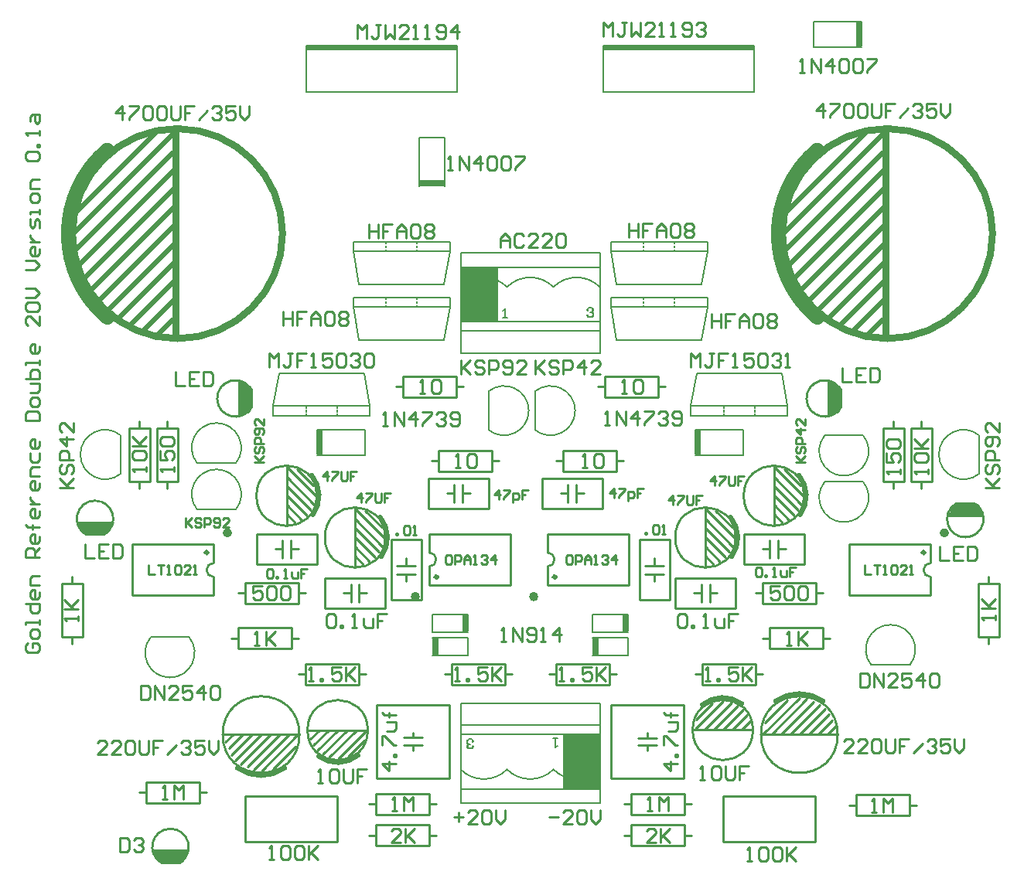
<source format=gto>
G04 Layer_Color=16777215*
%FSLAX25Y25*%
%MOIN*%
G70*
G01*
G75*
%ADD13C,0.01000*%
%ADD35C,0.00800*%
%ADD36C,0.00787*%
%ADD37C,0.01984*%
%ADD38C,0.02000*%
%ADD39C,0.01500*%
%ADD40C,0.06000*%
%ADD41C,0.02968*%
%ADD42C,0.00500*%
%ADD43R,0.16000X0.23500*%
%ADD44R,0.03150X0.11024*%
%ADD45R,0.03150X0.07480*%
%ADD46R,0.11024X0.03150*%
D13*
X137992Y165000D02*
G03*
X137992Y165000I-12992J0D01*
G01*
X347992D02*
G03*
X347992Y165000I-12992J0D01*
G01*
X318492Y147000D02*
G03*
X318492Y147000I-12992J0D01*
G01*
X167492D02*
G03*
X167492Y147000I-12992J0D01*
G01*
X46535Y148368D02*
G03*
X38612Y148226I-4082J6695D01*
G01*
X413465Y161632D02*
G03*
X421388Y161774I4082J-6695D01*
G01*
X325992Y64000D02*
G03*
X325992Y64000I-12992J0D01*
G01*
X159992Y63921D02*
G03*
X159992Y63921I-12992J0D01*
G01*
X240500Y137500D02*
G03*
X237500Y140500I-3000J0D01*
G01*
Y134500D02*
G03*
X240500Y137500I0J3000D01*
G01*
X189500D02*
G03*
X186500Y140500I-3000J0D01*
G01*
Y134500D02*
G03*
X189500Y137500I0J3000D01*
G01*
X363632Y211035D02*
G03*
X363773Y203112I-6695J-4082D01*
G01*
X109632Y211035D02*
G03*
X109774Y203112I-6695J-4082D01*
G01*
X90500Y133000D02*
G03*
X93500Y130000I3000J0D01*
G01*
Y136000D02*
G03*
X90500Y133000I0J-3000D01*
G01*
X399500Y133000D02*
G03*
X402500Y130000I3000J0D01*
G01*
Y136000D02*
G03*
X399500Y133000I0J-3000D01*
G01*
X362535Y62000D02*
G03*
X362535Y62000I-16535J0D01*
G01*
X130535D02*
G03*
X130535Y62000I-16535J0D01*
G01*
X79035Y6868D02*
G03*
X71112Y6726I-4082J6695D01*
G01*
X125000Y152598D02*
Y177402D01*
Y157000D02*
X128750Y153250D01*
X125000Y161000D02*
X131450Y154550D01*
X125000Y165000D02*
X133700Y156300D01*
X125000Y169000D02*
X135350Y158650D01*
X125000Y173000D02*
X136750Y161250D01*
X125000Y177000D02*
X125402D01*
X137402Y165000D01*
X129450Y176550D02*
X136550Y169450D01*
X335000Y152598D02*
Y177402D01*
Y157000D02*
X338750Y153250D01*
X335000Y161000D02*
X341450Y154550D01*
X335000Y165000D02*
X343700Y156300D01*
X335000Y169000D02*
X345350Y158650D01*
X335000Y173000D02*
X346750Y161250D01*
X335000Y177000D02*
X335402D01*
X347402Y165000D01*
X339450Y176550D02*
X346550Y169450D01*
X305500Y134598D02*
Y159402D01*
Y139000D02*
X309250Y135250D01*
X305500Y143000D02*
X311950Y136550D01*
X305500Y147000D02*
X314200Y138300D01*
X305500Y151000D02*
X315850Y140650D01*
X305500Y155000D02*
X317250Y143250D01*
X305500Y159000D02*
X305902D01*
X317902Y147000D01*
X309950Y158550D02*
X317050Y151450D01*
X154500Y134598D02*
Y159402D01*
Y139000D02*
X158250Y135250D01*
X154500Y143000D02*
X160950Y136550D01*
X154500Y147000D02*
X163200Y138300D01*
X154500Y151000D02*
X164850Y140650D01*
X154500Y155000D02*
X166250Y143250D01*
X154500Y159000D02*
X154902D01*
X166902Y147000D01*
X158950Y158550D02*
X166050Y151450D01*
X194000Y166000D02*
X197185D01*
X197248Y162063D02*
Y169937D01*
X200835Y162063D02*
Y169937D01*
X201185Y166000D02*
X204000D01*
X186000Y159500D02*
X212000D01*
X186000D02*
Y172500D01*
X212000D01*
Y159500D02*
Y172500D01*
X243000Y166000D02*
X246185D01*
X246248Y162063D02*
Y169937D01*
X249835Y162063D02*
Y169937D01*
X250185Y166000D02*
X253000D01*
X235000Y159500D02*
X261000D01*
X235000D02*
Y172500D01*
X261000D01*
Y159500D02*
Y172500D01*
X179500Y55221D02*
Y57370D01*
X175563Y57528D02*
X183437D01*
X175563Y60677D02*
X183437D01*
X179500Y61027D02*
Y62779D01*
X195248Y43252D02*
X195248Y74748D01*
X163752Y43252D02*
X195248D01*
X163752Y74748D02*
X163752Y43252D01*
X163752Y74748D02*
X195248D01*
X280500Y60630D02*
Y62779D01*
X276563Y60472D02*
X284437D01*
X276563Y57323D02*
X284437D01*
X280500Y55221D02*
Y56972D01*
X264752Y43252D02*
Y74748D01*
X296248D01*
Y43252D02*
Y74748D01*
X264752Y43252D02*
X296248D01*
X336815Y142000D02*
X340000D01*
X336752Y138063D02*
Y145937D01*
X333165Y138063D02*
Y145937D01*
X330000Y142000D02*
X332815D01*
X322000Y148500D02*
X348000Y148500D01*
Y135500D02*
Y148500D01*
X322000Y135500D02*
X348000Y135500D01*
X322000Y135500D02*
Y148500D01*
X126815Y142000D02*
X130000D01*
X126752Y138063D02*
Y145937D01*
X123165Y138063D02*
Y145937D01*
X120000Y142000D02*
X122815D01*
X112000Y148500D02*
X138000D01*
Y135500D02*
Y148500D01*
X112000Y135500D02*
X138000D01*
X112000D02*
Y148500D01*
X156315Y123000D02*
X159500D01*
X156252Y119063D02*
Y126937D01*
X152665Y119063D02*
Y126937D01*
X149500Y123000D02*
X152315D01*
X141500Y129500D02*
X167500D01*
Y116500D02*
Y129500D01*
X141500Y116500D02*
X167500D01*
X141500D02*
Y129500D01*
X300500Y123000D02*
X303685D01*
X303748Y119063D02*
Y126937D01*
X307335Y119063D02*
Y126937D01*
X307685Y123000D02*
X310500D01*
X292500Y116500D02*
X318500D01*
X292500D02*
Y129500D01*
X318500D01*
Y116500D02*
Y129500D01*
X35500Y151500D02*
X49000D01*
X35500Y152500D02*
X49500D01*
X35000Y153500D02*
X50000D01*
X48000Y150000D02*
X48500Y150500D01*
X48500Y151000D02*
X48500Y150500D01*
X36500Y150000D02*
X37500Y149000D01*
X47500D01*
X36500Y150000D02*
X48000D01*
X36000Y151000D02*
X48500Y151000D01*
X49000Y151500D01*
X35500D02*
X49000D01*
X38700Y148300D02*
X46500D01*
X411000Y158500D02*
X424500D01*
X410500Y157500D02*
X424500D01*
X410000Y156500D02*
X425000D01*
X411500Y159500D02*
X412000Y160000D01*
X411500Y159000D02*
Y159500D01*
X422500Y161000D02*
X423500Y160000D01*
X412500Y161000D02*
X422500D01*
X412000Y160000D02*
X423500Y160000D01*
X411500Y159000D02*
X424000D01*
X411000Y158500D02*
X411500Y159000D01*
X411000Y158500D02*
X424500D01*
X413500Y161700D02*
X421300D01*
X301450Y68450D02*
X308550Y75550D01*
X301000Y64402D02*
X313000Y76402D01*
X301000Y64402D02*
X301000Y64000D01*
X305000D02*
X316750Y75750D01*
X309000Y64000D02*
X319350Y74350D01*
X313000Y64000D02*
X321700Y72700D01*
X317000Y64000D02*
X323450Y70450D01*
X321000Y64000D02*
X324750Y67750D01*
X300598Y64000D02*
X325402D01*
X151450Y52371D02*
X158550Y59471D01*
X147000Y51520D02*
X159000Y63520D01*
Y63921D01*
X143250Y52171D02*
X155000Y63921D01*
X140650Y53571D02*
X151000Y63921D01*
X138300Y55221D02*
X147000Y63921D01*
X136550Y57471D02*
X143000Y63921D01*
X135250Y60171D02*
X139000Y63921D01*
X134598D02*
X159402D01*
X237500Y126500D02*
Y134500D01*
Y140500D02*
Y148500D01*
X272500D01*
Y126500D02*
Y148500D01*
X237500Y126500D02*
X272500D01*
X186500D02*
Y134500D01*
Y140500D02*
Y148500D01*
X221500D01*
Y126500D02*
Y148500D01*
X186500Y126500D02*
X221500D01*
X360500Y200000D02*
Y213500D01*
X359500Y200000D02*
Y214000D01*
X358500Y199500D02*
Y214500D01*
X361500Y213000D02*
X362000Y212500D01*
X361000Y213000D02*
X361500D01*
X362000Y201000D02*
X363000Y202000D01*
Y212000D01*
X362000Y201000D02*
Y212500D01*
X361000Y200500D02*
Y213000D01*
X360500Y213500D02*
X361000Y213000D01*
X360500Y200000D02*
Y213500D01*
X363700Y203200D02*
Y211000D01*
X106500Y200000D02*
Y213500D01*
X105500Y200000D02*
Y214000D01*
X104500Y199500D02*
Y214500D01*
X107500Y213000D02*
X108000Y212500D01*
X107000Y213000D02*
X107500D01*
X108000Y201000D02*
X109000Y202000D01*
Y212000D01*
X108000Y201000D02*
Y212500D01*
X107000Y200500D02*
Y213000D01*
X106500Y213500D02*
X107000Y213000D01*
X106500Y200000D02*
Y213500D01*
X109700Y203200D02*
Y211000D01*
X93500Y136000D02*
Y144000D01*
Y122000D02*
Y130000D01*
X58500Y122000D02*
X93500Y122000D01*
X58500Y122000D02*
Y144000D01*
X93500D01*
X402500Y136000D02*
Y144000D01*
Y122000D02*
Y130000D01*
X367500Y122000D02*
X402500D01*
X367500D02*
Y144000D01*
X402500D01*
X101000Y103500D02*
X103500D01*
X104000Y99000D02*
Y108000D01*
Y99000D02*
X127000D01*
Y108000D01*
X104000D02*
X127000D01*
X127500Y103500D02*
X130000D01*
X356500D02*
X359000D01*
X356000Y99000D02*
Y108000D01*
X333000D02*
X356000D01*
X333000Y99000D02*
Y108000D01*
Y99000D02*
X356000D01*
X330000Y103500D02*
X332500D01*
X327000Y123000D02*
X329500D01*
X330000Y118500D02*
Y127500D01*
Y118500D02*
X353000D01*
Y127500D01*
X330000D02*
X353000D01*
X353500Y123000D02*
X356000D01*
X130500D02*
X133000D01*
X130000Y118500D02*
Y127500D01*
X107000D02*
X130000D01*
X107000Y118500D02*
Y127500D01*
Y118500D02*
X130000D01*
X104000Y123000D02*
X106500D01*
X241300Y180000D02*
X243800D01*
X244300Y175500D02*
Y184500D01*
Y175500D02*
X267300D01*
Y184500D01*
X244300D02*
X267300D01*
X267800Y180000D02*
X270300D01*
X214000D02*
X216500D01*
X213500Y175500D02*
Y184500D01*
X190500D02*
X213500D01*
X190500Y175500D02*
Y184500D01*
Y175500D02*
X213500D01*
X187500Y180000D02*
X190000D01*
X327500Y88000D02*
X330000D01*
X327000Y83500D02*
Y92500D01*
X304000D02*
X327000D01*
X304000Y83500D02*
Y92500D01*
Y83500D02*
X327000D01*
X301000Y88000D02*
X303500D01*
X156500D02*
X159000D01*
X156000Y83500D02*
Y92500D01*
X133000D02*
X156000D01*
X133000Y83500D02*
Y92500D01*
Y83500D02*
X156000D01*
X130000Y88000D02*
X132500D01*
X219500D02*
X222000D01*
X219000Y83500D02*
Y92500D01*
X196000D02*
X219000D01*
X196000Y83500D02*
Y92500D01*
Y83500D02*
X219000D01*
X193000Y88000D02*
X195500D01*
X264500D02*
X267000D01*
X264000Y83500D02*
Y92500D01*
X241000D02*
X264000D01*
X241000Y83500D02*
Y92500D01*
Y83500D02*
X264000D01*
X238000Y88000D02*
X240500D01*
X172000Y212000D02*
X174500D01*
X175000Y207500D02*
Y216500D01*
Y207500D02*
X198000D01*
Y216500D01*
X175000D02*
X198000D01*
X198500Y212000D02*
X201000D01*
X259000D02*
X261500D01*
X262000Y207500D02*
Y216500D01*
Y207500D02*
X285000D01*
Y216500D01*
X262000D02*
X285000D01*
X285500Y212000D02*
X288000D01*
X313315Y15657D02*
X352685D01*
X313315Y35342D02*
X352685D01*
Y23685D02*
Y35342D01*
Y15657D02*
Y23685D01*
X313315Y15657D02*
Y35342D01*
X107315Y15657D02*
X146685D01*
X107315Y35342D02*
X146685D01*
Y23685D02*
Y35342D01*
Y15657D02*
Y23685D01*
X107315Y15657D02*
Y35342D01*
X331100Y67100D02*
X340800Y76800D01*
X330252Y62000D02*
X346000Y77748D01*
X334000Y62000D02*
X349300Y77300D01*
X338000Y62000D02*
X352000Y76000D01*
X342000Y62000D02*
X354900Y74900D01*
X346000Y62000D02*
X357050Y73050D01*
X350000Y62000D02*
X358900Y70900D01*
X354000Y62000D02*
X360000Y68000D01*
X358000Y62000D02*
X361350Y65350D01*
X330252Y62000D02*
X361748D01*
X119200Y47200D02*
X128900Y56900D01*
X114000Y46252D02*
X129748Y62000D01*
X110700Y46700D02*
X126000Y62000D01*
X108000Y48000D02*
X122000Y62000D01*
X105100Y49100D02*
X118000Y62000D01*
X102950Y50950D02*
X114000Y62000D01*
X101100Y53100D02*
X110000Y62000D01*
X100000Y56000D02*
X106000Y62000D01*
X98650Y58650D02*
X102000Y62000D01*
X98252D02*
X129748D01*
X88000Y37000D02*
X90500D01*
X87500Y32500D02*
Y41500D01*
X64500D02*
X87500D01*
X64500Y32500D02*
Y41500D01*
Y32500D02*
X87500D01*
X61500Y37000D02*
X64000D01*
X187000Y32000D02*
X189500D01*
X186500Y27500D02*
Y36500D01*
X163500D02*
X186500D01*
X163500Y27500D02*
Y36500D01*
Y27500D02*
X186500D01*
X160500Y32000D02*
X163000D01*
X160500Y18500D02*
X163000D01*
X163500Y14000D02*
Y23000D01*
Y14000D02*
X186500D01*
Y23000D01*
X163500D02*
X186500D01*
X187000Y18500D02*
X189500D01*
X32500Y127700D02*
Y130200D01*
X28000Y127200D02*
X37000D01*
X28000Y104200D02*
Y127200D01*
Y104200D02*
X37000D01*
Y127200D01*
X32500Y101200D02*
Y103700D01*
X73500Y194500D02*
Y197000D01*
X69000Y194000D02*
X78000D01*
X69000Y171000D02*
Y194000D01*
Y171000D02*
X78000D01*
Y194000D01*
X73500Y168000D02*
Y170500D01*
X61500Y194500D02*
Y197000D01*
X57000Y194000D02*
X66000D01*
X57000Y171000D02*
Y194000D01*
Y171000D02*
X66000D01*
Y194000D01*
X61500Y168000D02*
Y170500D01*
X386500Y168000D02*
Y170500D01*
X382000Y171000D02*
X391000D01*
Y194000D01*
X382000D02*
X391000D01*
X382000Y171000D02*
Y194000D01*
X386500Y194500D02*
Y197000D01*
X398500Y168000D02*
Y170500D01*
X394000Y171000D02*
X403000D01*
Y194000D01*
X394000D02*
X403000D01*
X394000Y171000D02*
Y194000D01*
X398500Y194500D02*
Y197000D01*
X427500Y101200D02*
Y103700D01*
X423000Y104200D02*
X432000D01*
Y127200D01*
X423000D02*
X432000D01*
X423000Y104200D02*
Y127200D01*
X427500Y127700D02*
Y130200D01*
X394000Y31500D02*
X396500D01*
X393500Y27000D02*
Y36000D01*
X370500D02*
X393500D01*
X370500Y27000D02*
Y36000D01*
Y27000D02*
X393500D01*
X367500Y31500D02*
X370000D01*
X297000Y32000D02*
X299500D01*
X296500Y27500D02*
Y36500D01*
X273500D02*
X296500D01*
X273500Y27500D02*
Y36500D01*
Y27500D02*
X296500D01*
X270500Y32000D02*
X273000D01*
X297000Y18500D02*
X299500D01*
X296500Y14000D02*
Y23000D01*
X273500D02*
X296500D01*
X273500Y14000D02*
Y23000D01*
Y14000D02*
X296500D01*
X270500Y18500D02*
X273000D01*
X68000Y10000D02*
X81500D01*
X68000Y11000D02*
X82000D01*
X67500Y12000D02*
X82500D01*
X80500Y8500D02*
X81000Y9000D01*
Y9500D01*
X69000Y8500D02*
X70000Y7500D01*
X80000D01*
X69000Y8500D02*
X80500Y8500D01*
X68500Y9500D02*
X81000D01*
X81500Y10000D01*
X68000D02*
X81500D01*
X71200Y6800D02*
X79000D01*
X170000Y120000D02*
X183000D01*
Y146000D01*
X170000D02*
X183000D01*
X170000Y120000D02*
Y146000D01*
X176500Y128000D02*
Y130815D01*
X172563Y131165D02*
X180437D01*
X172563Y134752D02*
X180437D01*
X176500Y134815D02*
Y138000D01*
X277000Y120000D02*
X290000D01*
Y146000D01*
X277000D02*
X290000D01*
X277000Y120000D02*
Y146000D01*
X283500Y128000D02*
Y130815D01*
X279563Y131165D02*
X287437D01*
X279563Y134752D02*
X287437D01*
X283500Y134815D02*
Y138000D01*
X13502Y101499D02*
X12502Y100499D01*
Y98500D01*
X13502Y97500D01*
X17500D01*
X18500Y98500D01*
Y100499D01*
X17500Y101499D01*
X15501D01*
Y99499D01*
X18500Y104498D02*
Y106497D01*
X17500Y107497D01*
X15501D01*
X14501Y106497D01*
Y104498D01*
X15501Y103498D01*
X17500D01*
X18500Y104498D01*
Y109496D02*
Y111495D01*
Y110496D01*
X12502D01*
Y109496D01*
Y118493D02*
X18500D01*
Y115494D01*
X17500Y114495D01*
X15501D01*
X14501Y115494D01*
Y118493D01*
X18500Y123492D02*
Y121492D01*
X17500Y120493D01*
X15501D01*
X14501Y121492D01*
Y123492D01*
X15501Y124491D01*
X16501D01*
Y120493D01*
X18500Y126491D02*
X14501D01*
Y129490D01*
X15501Y130489D01*
X18500D01*
Y138487D02*
X12502D01*
Y141486D01*
X13502Y142485D01*
X15501D01*
X16501Y141486D01*
Y138487D01*
Y140486D02*
X18500Y142485D01*
Y147484D02*
Y145484D01*
X17500Y144485D01*
X15501D01*
X14501Y145484D01*
Y147484D01*
X15501Y148484D01*
X16501D01*
Y144485D01*
X18500Y151482D02*
X13502D01*
X15501D01*
Y150483D01*
Y152482D01*
Y151482D01*
X13502D01*
X12502Y152482D01*
X18500Y158480D02*
Y156481D01*
X17500Y155481D01*
X15501D01*
X14501Y156481D01*
Y158480D01*
X15501Y159480D01*
X16501D01*
Y155481D01*
X14501Y161479D02*
X18500D01*
X16501D01*
X15501Y162479D01*
X14501Y163479D01*
Y164478D01*
X18500Y170476D02*
Y168477D01*
X17500Y167477D01*
X15501D01*
X14501Y168477D01*
Y170476D01*
X15501Y171476D01*
X16501D01*
Y167477D01*
X18500Y173475D02*
X14501D01*
Y176474D01*
X15501Y177474D01*
X18500D01*
X14501Y183472D02*
Y180473D01*
X15501Y179473D01*
X17500D01*
X18500Y180473D01*
Y183472D01*
Y188471D02*
Y186471D01*
X17500Y185471D01*
X15501D01*
X14501Y186471D01*
Y188471D01*
X15501Y189470D01*
X16501D01*
Y185471D01*
X12502Y197468D02*
X18500D01*
Y200467D01*
X17500Y201466D01*
X13502D01*
X12502Y200467D01*
Y197468D01*
X18500Y204465D02*
Y206465D01*
X17500Y207464D01*
X15501D01*
X14501Y206465D01*
Y204465D01*
X15501Y203466D01*
X17500D01*
X18500Y204465D01*
X14501Y209464D02*
X17500D01*
X18500Y210464D01*
Y213462D01*
X14501D01*
X12502Y215462D02*
X18500D01*
Y218461D01*
X17500Y219461D01*
X16501D01*
X15501D01*
X14501Y218461D01*
Y215462D01*
X18500Y221460D02*
Y223459D01*
Y222460D01*
X12502D01*
Y221460D01*
X18500Y229457D02*
Y227458D01*
X17500Y226458D01*
X15501D01*
X14501Y227458D01*
Y229457D01*
X15501Y230457D01*
X16501D01*
Y226458D01*
X18500Y242453D02*
Y238454D01*
X14501Y242453D01*
X13502D01*
X12502Y241453D01*
Y239454D01*
X13502Y238454D01*
Y244453D02*
X12502Y245452D01*
Y247451D01*
X13502Y248451D01*
X17500D01*
X18500Y247451D01*
Y245452D01*
X17500Y244453D01*
X13502D01*
X12502Y250450D02*
X16501D01*
X18500Y252450D01*
X16501Y254449D01*
X12502D01*
Y262447D02*
X16501D01*
X18500Y264446D01*
X16501Y266445D01*
X12502D01*
X18500Y271444D02*
Y269444D01*
X17500Y268445D01*
X15501D01*
X14501Y269444D01*
Y271444D01*
X15501Y272443D01*
X16501D01*
Y268445D01*
X14501Y274443D02*
X18500D01*
X16501D01*
X15501Y275442D01*
X14501Y276442D01*
Y277442D01*
X18500Y280441D02*
Y283440D01*
X17500Y284439D01*
X16501Y283440D01*
Y281440D01*
X15501Y280441D01*
X14501Y281440D01*
Y284439D01*
X18500Y286439D02*
Y288438D01*
Y287439D01*
X14501D01*
Y286439D01*
X18500Y292437D02*
Y294436D01*
X17500Y295436D01*
X15501D01*
X14501Y294436D01*
Y292437D01*
X15501Y291437D01*
X17500D01*
X18500Y292437D01*
Y297435D02*
X14501D01*
Y300434D01*
X15501Y301434D01*
X18500D01*
X13502Y309431D02*
X12502Y310431D01*
Y312431D01*
X13502Y313430D01*
X17500D01*
X18500Y312431D01*
Y310431D01*
X17500Y309431D01*
X13502D01*
X18500Y315429D02*
X17500D01*
Y316429D01*
X18500D01*
Y315429D01*
Y320428D02*
Y322427D01*
Y321428D01*
X12502D01*
X13502Y320428D01*
X14501Y326426D02*
Y328425D01*
X15501Y329425D01*
X18500D01*
Y326426D01*
X17500Y325426D01*
X16501Y326426D01*
Y329425D01*
X197000Y26499D02*
X200999D01*
X198999Y28498D02*
Y24500D01*
X206997Y23500D02*
X202998D01*
X206997Y27499D01*
Y28498D01*
X205997Y29498D01*
X203998D01*
X202998Y28498D01*
X208996D02*
X209996Y29498D01*
X211995D01*
X212995Y28498D01*
Y24500D01*
X211995Y23500D01*
X209996D01*
X208996Y24500D01*
Y28498D01*
X214994Y29498D02*
Y25499D01*
X216993Y23500D01*
X218993Y25499D01*
Y29498D01*
X238000Y26499D02*
X241999D01*
X247997Y23500D02*
X243998D01*
X247997Y27499D01*
Y28498D01*
X246997Y29498D01*
X244998D01*
X243998Y28498D01*
X249996D02*
X250996Y29498D01*
X252995D01*
X253995Y28498D01*
Y24500D01*
X252995Y23500D01*
X250996D01*
X249996Y24500D01*
Y28498D01*
X255994Y29498D02*
Y25499D01*
X257994Y23500D01*
X259993Y25499D01*
Y29498D01*
X217000Y272000D02*
Y275999D01*
X218999Y277998D01*
X220999Y275999D01*
Y272000D01*
Y274999D01*
X217000D01*
X226997Y276998D02*
X225997Y277998D01*
X223998D01*
X222998Y276998D01*
Y273000D01*
X223998Y272000D01*
X225997D01*
X226997Y273000D01*
X232995Y272000D02*
X228996D01*
X232995Y275999D01*
Y276998D01*
X231995Y277998D01*
X229996D01*
X228996Y276998D01*
X238993Y272000D02*
X234994D01*
X238993Y275999D01*
Y276998D01*
X237993Y277998D01*
X235994D01*
X234994Y276998D01*
X240992D02*
X241992Y277998D01*
X243991D01*
X244991Y276998D01*
Y273000D01*
X243991Y272000D01*
X241992D01*
X240992Y273000D01*
Y276998D01*
X111001Y179500D02*
X115000D01*
X113667D01*
X111001Y182166D01*
X113001Y180166D01*
X115000Y182166D01*
X111668Y186164D02*
X111001Y185498D01*
Y184165D01*
X111668Y183499D01*
X112334D01*
X113001Y184165D01*
Y185498D01*
X113667Y186164D01*
X114333D01*
X115000Y185498D01*
Y184165D01*
X114333Y183499D01*
X115000Y187497D02*
X111001D01*
Y189497D01*
X111668Y190163D01*
X113001D01*
X113667Y189497D01*
Y187497D01*
X114333Y191496D02*
X115000Y192163D01*
Y193496D01*
X114333Y194162D01*
X111668D01*
X111001Y193496D01*
Y192163D01*
X111668Y191496D01*
X112334D01*
X113001Y192163D01*
Y194162D01*
X115000Y198161D02*
Y195495D01*
X112334Y198161D01*
X111668D01*
X111001Y197494D01*
Y196161D01*
X111668Y195495D01*
X344501Y179500D02*
X348500D01*
X347167D01*
X344501Y182166D01*
X346501Y180166D01*
X348500Y182166D01*
X345168Y186164D02*
X344501Y185498D01*
Y184165D01*
X345168Y183499D01*
X345834D01*
X346501Y184165D01*
Y185498D01*
X347167Y186164D01*
X347834D01*
X348500Y185498D01*
Y184165D01*
X347834Y183499D01*
X348500Y187497D02*
X344501D01*
Y189497D01*
X345168Y190163D01*
X346501D01*
X347167Y189497D01*
Y187497D01*
X348500Y193496D02*
X344501D01*
X346501Y191496D01*
Y194162D01*
X348500Y198161D02*
Y195495D01*
X345834Y198161D01*
X345168D01*
X344501Y197494D01*
Y196161D01*
X345168Y195495D01*
X142499Y171500D02*
Y175499D01*
X140500Y173499D01*
X143166D01*
X144499Y175499D02*
X147164D01*
Y174832D01*
X144499Y172167D01*
Y171500D01*
X148497Y175499D02*
Y172167D01*
X149164Y171500D01*
X150497D01*
X151163Y172167D01*
Y175499D01*
X155162D02*
X152496D01*
Y173499D01*
X153829D01*
X152496D01*
Y171500D01*
X291499Y161000D02*
Y164999D01*
X289500Y162999D01*
X292166D01*
X293499Y164999D02*
X296164D01*
Y164332D01*
X293499Y161667D01*
Y161000D01*
X297497Y164999D02*
Y161667D01*
X298164Y161000D01*
X299497D01*
X300163Y161667D01*
Y164999D01*
X304162D02*
X301496D01*
Y162999D01*
X302829D01*
X301496D01*
Y161000D01*
X217500Y102000D02*
X219499D01*
X218500D01*
Y107998D01*
X217500Y106998D01*
X222498Y102000D02*
Y107998D01*
X226497Y102000D01*
Y107998D01*
X228496Y103000D02*
X229496Y102000D01*
X231495D01*
X232495Y103000D01*
Y106998D01*
X231495Y107998D01*
X229496D01*
X228496Y106998D01*
Y105999D01*
X229496Y104999D01*
X232495D01*
X234494Y102000D02*
X236494D01*
X235494D01*
Y107998D01*
X234494Y106998D01*
X242492Y102000D02*
Y107998D01*
X239493Y104999D01*
X243492D01*
X293500Y49499D02*
X287502D01*
X290501Y46500D01*
Y50499D01*
X293500Y52498D02*
X292500D01*
Y53498D01*
X293500D01*
Y52498D01*
X287502Y57496D02*
Y61495D01*
X288502D01*
X292500Y57496D01*
X293500D01*
X289501Y63494D02*
X292500D01*
X293500Y64494D01*
Y67493D01*
X289501D01*
X293500Y70492D02*
X288502D01*
X290501D01*
Y69493D01*
Y71492D01*
Y70492D01*
X288502D01*
X287502Y71492D01*
X172000Y49499D02*
X166002D01*
X169001Y46500D01*
Y50499D01*
X172000Y52498D02*
X171000D01*
Y53498D01*
X172000D01*
Y52498D01*
X166002Y57496D02*
Y61495D01*
X167002D01*
X171000Y57496D01*
X172000D01*
X168001Y63494D02*
X171000D01*
X172000Y64494D01*
Y67493D01*
X168001D01*
X172000Y70492D02*
X167002D01*
X169001D01*
Y69493D01*
Y71492D01*
Y70492D01*
X167002D01*
X166002Y71492D01*
X247499Y139499D02*
X246166D01*
X245500Y138832D01*
Y136167D01*
X246166Y135500D01*
X247499D01*
X248166Y136167D01*
Y138832D01*
X247499Y139499D01*
X249499Y135500D02*
Y139499D01*
X251498D01*
X252165Y138832D01*
Y137499D01*
X251498Y136833D01*
X249499D01*
X253497Y135500D02*
Y138166D01*
X254830Y139499D01*
X256163Y138166D01*
Y135500D01*
Y137499D01*
X253497D01*
X257496Y135500D02*
X258829D01*
X258163D01*
Y139499D01*
X257496Y138832D01*
X260828D02*
X261495Y139499D01*
X262828D01*
X263494Y138832D01*
Y138166D01*
X262828Y137499D01*
X262161D01*
X262828D01*
X263494Y136833D01*
Y136167D01*
X262828Y135500D01*
X261495D01*
X260828Y136167D01*
X266827Y135500D02*
Y139499D01*
X264827Y137499D01*
X267493D01*
X195499Y139499D02*
X194167D01*
X193500Y138832D01*
Y136167D01*
X194167Y135500D01*
X195499D01*
X196166Y136167D01*
Y138832D01*
X195499Y139499D01*
X197499Y135500D02*
Y139499D01*
X199498D01*
X200165Y138832D01*
Y137499D01*
X199498Y136833D01*
X197499D01*
X201497Y135500D02*
Y138166D01*
X202830Y139499D01*
X204163Y138166D01*
Y135500D01*
Y137499D01*
X201497D01*
X205496Y135500D02*
X206829D01*
X206163D01*
Y139499D01*
X205496Y138832D01*
X208828D02*
X209495Y139499D01*
X210828D01*
X211494Y138832D01*
Y138166D01*
X210828Y137499D01*
X210161D01*
X210828D01*
X211494Y136833D01*
Y136167D01*
X210828Y135500D01*
X209495D01*
X208828Y136167D01*
X214826Y135500D02*
Y139499D01*
X212827Y137499D01*
X215493D01*
X170500Y29000D02*
X172499D01*
X171500D01*
Y34998D01*
X170500Y33998D01*
X175498Y29000D02*
Y34998D01*
X177498Y32999D01*
X179497Y34998D01*
Y29000D01*
X71500Y34000D02*
X73499D01*
X72500D01*
Y39998D01*
X71500Y38998D01*
X76498Y34000D02*
Y39998D01*
X78498Y37999D01*
X80497Y39998D01*
Y34000D01*
X252500Y177000D02*
X254499D01*
X253500D01*
Y182998D01*
X252500Y181998D01*
X257498D02*
X258498Y182998D01*
X260497D01*
X261497Y181998D01*
Y178000D01*
X260497Y177000D01*
X258498D01*
X257498Y178000D01*
Y181998D01*
X337499Y125998D02*
X333500D01*
Y122999D01*
X335499Y123999D01*
X336499D01*
X337499Y122999D01*
Y121000D01*
X336499Y120000D01*
X334500D01*
X333500Y121000D01*
X339498Y124998D02*
X340498Y125998D01*
X342497D01*
X343497Y124998D01*
Y121000D01*
X342497Y120000D01*
X340498D01*
X339498Y121000D01*
Y124998D01*
X345496D02*
X346496Y125998D01*
X348495D01*
X349495Y124998D01*
Y121000D01*
X348495Y120000D01*
X346496D01*
X345496Y121000D01*
Y124998D01*
X114499Y125998D02*
X110500D01*
Y122999D01*
X112499Y123999D01*
X113499D01*
X114499Y122999D01*
Y121000D01*
X113499Y120000D01*
X111500D01*
X110500Y121000D01*
X116498Y124998D02*
X117498Y125998D01*
X119497D01*
X120497Y124998D01*
Y121000D01*
X119497Y120000D01*
X117498D01*
X116498Y121000D01*
Y124998D01*
X122496D02*
X123496Y125998D01*
X125495D01*
X126495Y124998D01*
Y121000D01*
X125495Y120000D01*
X123496D01*
X122496Y121000D01*
Y124998D01*
X197879Y177294D02*
X199879D01*
X198879D01*
Y183292D01*
X197879Y182292D01*
X202877D02*
X203877Y183292D01*
X205876D01*
X206876Y182292D01*
Y178294D01*
X205876Y177294D01*
X203877D01*
X202877Y178294D01*
Y182292D01*
X377000Y28500D02*
X378999D01*
X378000D01*
Y34498D01*
X377000Y33498D01*
X381998Y28500D02*
Y34498D01*
X383998Y32499D01*
X385997Y34498D01*
Y28500D01*
X280500Y29000D02*
X282499D01*
X281500D01*
Y34998D01*
X280500Y33998D01*
X285498Y29000D02*
Y34998D01*
X287498Y32999D01*
X289497Y34998D01*
Y29000D01*
X64500Y175500D02*
Y177499D01*
Y176500D01*
X58502D01*
X59502Y175500D01*
Y180498D02*
X58502Y181498D01*
Y183497D01*
X59502Y184497D01*
X63500D01*
X64500Y183497D01*
Y181498D01*
X63500Y180498D01*
X59502D01*
X58502Y186496D02*
X64500D01*
X62501D01*
X58502Y190495D01*
X61501Y187496D01*
X64500Y190495D01*
X401500Y174500D02*
Y176499D01*
Y175500D01*
X395502D01*
X396502Y174500D01*
Y179498D02*
X395502Y180498D01*
Y182497D01*
X396502Y183497D01*
X400500D01*
X401500Y182497D01*
Y180498D01*
X400500Y179498D01*
X396502D01*
X395502Y185496D02*
X401500D01*
X399501D01*
X395502Y189495D01*
X398501Y186496D01*
X401500Y189495D01*
X283999Y15500D02*
X280000D01*
X283999Y19499D01*
Y20498D01*
X282999Y21498D01*
X281000D01*
X280000Y20498D01*
X285998Y21498D02*
Y15500D01*
Y17499D01*
X289997Y21498D01*
X286998Y18499D01*
X289997Y15500D01*
X173999D02*
X170000D01*
X173999Y19499D01*
Y20498D01*
X172999Y21498D01*
X171000D01*
X170000Y20498D01*
X175998Y21498D02*
Y15500D01*
Y17499D01*
X179997Y21498D01*
X176998Y18499D01*
X179997Y15500D01*
X340500Y100500D02*
X342499D01*
X341500D01*
Y106498D01*
X340500Y105498D01*
X345498Y106498D02*
Y100500D01*
Y102499D01*
X349497Y106498D01*
X346498Y103499D01*
X349497Y100500D01*
X111000D02*
X112999D01*
X112000D01*
Y106498D01*
X111000Y105498D01*
X115998Y106498D02*
Y100500D01*
Y102499D01*
X119997Y106498D01*
X116998Y103499D01*
X119997Y100500D01*
X305500Y85000D02*
X307499D01*
X306500D01*
Y90998D01*
X305500Y89998D01*
X310498Y85000D02*
Y86000D01*
X311498D01*
Y85000D01*
X310498D01*
X319496Y90998D02*
X315497D01*
Y87999D01*
X317496Y88999D01*
X318496D01*
X319496Y87999D01*
Y86000D01*
X318496Y85000D01*
X316496D01*
X315497Y86000D01*
X321495Y90998D02*
Y85000D01*
Y86999D01*
X325494Y90998D01*
X322495Y87999D01*
X325494Y85000D01*
X242500D02*
X244499D01*
X243500D01*
Y90998D01*
X242500Y89998D01*
X247498Y85000D02*
Y86000D01*
X248498D01*
Y85000D01*
X247498D01*
X256495Y90998D02*
X252497D01*
Y87999D01*
X254496Y88999D01*
X255496D01*
X256495Y87999D01*
Y86000D01*
X255496Y85000D01*
X253496D01*
X252497Y86000D01*
X258495Y90998D02*
Y85000D01*
Y86999D01*
X262493Y90998D01*
X259494Y87999D01*
X262493Y85000D01*
X197500D02*
X199499D01*
X198500D01*
Y90998D01*
X197500Y89998D01*
X202498Y85000D02*
Y86000D01*
X203498D01*
Y85000D01*
X202498D01*
X211495Y90998D02*
X207497D01*
Y87999D01*
X209496Y88999D01*
X210496D01*
X211495Y87999D01*
Y86000D01*
X210496Y85000D01*
X208496D01*
X207497Y86000D01*
X213495Y90998D02*
Y85000D01*
Y86999D01*
X217494Y90998D01*
X214494Y87999D01*
X217494Y85000D01*
X134500D02*
X136499D01*
X135500D01*
Y90998D01*
X134500Y89998D01*
X139498Y85000D02*
Y86000D01*
X140498D01*
Y85000D01*
X139498D01*
X148495Y90998D02*
X144497D01*
Y87999D01*
X146496Y88999D01*
X147496D01*
X148495Y87999D01*
Y86000D01*
X147496Y85000D01*
X145496D01*
X144497Y86000D01*
X150495Y90998D02*
Y85000D01*
Y86999D01*
X154493Y90998D01*
X151495Y87999D01*
X154493Y85000D01*
X269500Y209000D02*
X271499D01*
X270500D01*
Y214998D01*
X269500Y213998D01*
X274498D02*
X275498Y214998D01*
X277497D01*
X278497Y213998D01*
Y210000D01*
X277497Y209000D01*
X275498D01*
X274498Y210000D01*
Y213998D01*
X430500Y111500D02*
Y113499D01*
Y112500D01*
X424502D01*
X425502Y111500D01*
X424502Y116498D02*
X430500D01*
X428501D01*
X424502Y120497D01*
X427501Y117498D01*
X430500Y120497D01*
X389500Y174500D02*
Y176499D01*
Y175500D01*
X383502D01*
X384502Y174500D01*
X383502Y183497D02*
Y179498D01*
X386501D01*
X385501Y181498D01*
Y182497D01*
X386501Y183497D01*
X388500D01*
X389500Y182497D01*
Y180498D01*
X388500Y179498D01*
X384502Y185496D02*
X383502Y186496D01*
Y188496D01*
X384502Y189495D01*
X388500D01*
X389500Y188496D01*
Y186496D01*
X388500Y185496D01*
X384502D01*
X182500Y209000D02*
X184499D01*
X183500D01*
Y214998D01*
X182500Y213998D01*
X187498D02*
X188498Y214998D01*
X190497D01*
X191497Y213998D01*
Y210000D01*
X190497Y209000D01*
X188498D01*
X187498Y210000D01*
Y213998D01*
X35000Y111000D02*
Y112999D01*
Y112000D01*
X29002D01*
X30002Y111000D01*
X29002Y115998D02*
X35000D01*
X33001D01*
X29002Y119997D01*
X32001Y116998D01*
X35000Y119997D01*
X76500Y175500D02*
Y177499D01*
Y176500D01*
X70502D01*
X71502Y175500D01*
X70502Y184497D02*
Y180498D01*
X73501D01*
X72501Y182498D01*
Y183497D01*
X73501Y184497D01*
X75500D01*
X76500Y183497D01*
Y181498D01*
X75500Y180498D01*
X71502Y186496D02*
X70502Y187496D01*
Y189496D01*
X71502Y190495D01*
X75500D01*
X76500Y189496D01*
Y187496D01*
X75500Y186496D01*
X71502D01*
X27002Y168500D02*
X33000D01*
X31001D01*
X27002Y172499D01*
X30001Y169500D01*
X33000Y172499D01*
X28002Y178497D02*
X27002Y177497D01*
Y175498D01*
X28002Y174498D01*
X29001D01*
X30001Y175498D01*
Y177497D01*
X31001Y178497D01*
X32000D01*
X33000Y177497D01*
Y175498D01*
X32000Y174498D01*
X33000Y180496D02*
X27002D01*
Y183495D01*
X28002Y184495D01*
X30001D01*
X31001Y183495D01*
Y180496D01*
X33000Y189493D02*
X27002D01*
X30001Y186494D01*
Y190493D01*
X33000Y196491D02*
Y192492D01*
X29001Y196491D01*
X28002D01*
X27002Y195491D01*
Y193492D01*
X28002Y192492D01*
X426002Y168500D02*
X432000D01*
X430001D01*
X426002Y172499D01*
X429001Y169500D01*
X432000Y172499D01*
X427002Y178497D02*
X426002Y177497D01*
Y175498D01*
X427002Y174498D01*
X428001D01*
X429001Y175498D01*
Y177497D01*
X430001Y178497D01*
X431000D01*
X432000Y177497D01*
Y175498D01*
X431000Y174498D01*
X432000Y180496D02*
X426002D01*
Y183495D01*
X427002Y184495D01*
X429001D01*
X430001Y183495D01*
Y180496D01*
X431000Y186494D02*
X432000Y187494D01*
Y189493D01*
X431000Y190493D01*
X427002D01*
X426002Y189493D01*
Y187494D01*
X427002Y186494D01*
X428001D01*
X429001Y187494D01*
Y190493D01*
X432000Y196491D02*
Y192492D01*
X428001Y196491D01*
X427002D01*
X426002Y195491D01*
Y193492D01*
X427002Y192492D01*
X372100Y88615D02*
Y82617D01*
X375099D01*
X376099Y83616D01*
Y87615D01*
X375099Y88615D01*
X372100D01*
X378098Y82617D02*
Y88615D01*
X382097Y82617D01*
Y88615D01*
X388095Y82617D02*
X384096D01*
X388095Y86615D01*
Y87615D01*
X387095Y88615D01*
X385096D01*
X384096Y87615D01*
X394093Y88615D02*
X390094D01*
Y85616D01*
X392093Y86615D01*
X393093D01*
X394093Y85616D01*
Y83616D01*
X393093Y82617D01*
X391094D01*
X390094Y83616D01*
X399091Y82617D02*
Y88615D01*
X396092Y85616D01*
X400091D01*
X402090Y87615D02*
X403090Y88615D01*
X405089D01*
X406089Y87615D01*
Y83616D01*
X405089Y82617D01*
X403090D01*
X402090Y83616D01*
Y87615D01*
X232000Y223498D02*
Y217500D01*
Y219499D01*
X235999Y223498D01*
X233000Y220499D01*
X235999Y217500D01*
X241997Y222498D02*
X240997Y223498D01*
X238998D01*
X237998Y222498D01*
Y221499D01*
X238998Y220499D01*
X240997D01*
X241997Y219499D01*
Y218500D01*
X240997Y217500D01*
X238998D01*
X237998Y218500D01*
X243996Y217500D02*
Y223498D01*
X246995D01*
X247995Y222498D01*
Y220499D01*
X246995Y219499D01*
X243996D01*
X252993Y217500D02*
Y223498D01*
X249994Y220499D01*
X253993D01*
X259991Y217500D02*
X255992D01*
X259991Y221499D01*
Y222498D01*
X258991Y223498D01*
X256992D01*
X255992Y222498D01*
X117500Y220500D02*
Y226498D01*
X119499Y224499D01*
X121499Y226498D01*
Y220500D01*
X127497Y226498D02*
X125497D01*
X126497D01*
Y221500D01*
X125497Y220500D01*
X124498D01*
X123498Y221500D01*
X133495Y226498D02*
X129496D01*
Y223499D01*
X131495D01*
X129496D01*
Y220500D01*
X135494D02*
X137494D01*
X136494D01*
Y226498D01*
X135494Y225498D01*
X144491Y226498D02*
X140493D01*
Y223499D01*
X142492Y224499D01*
X143492D01*
X144491Y223499D01*
Y221500D01*
X143492Y220500D01*
X141492D01*
X140493Y221500D01*
X146491Y225498D02*
X147490Y226498D01*
X149490D01*
X150489Y225498D01*
Y221500D01*
X149490Y220500D01*
X147490D01*
X146491Y221500D01*
Y225498D01*
X152489D02*
X153488Y226498D01*
X155488D01*
X156487Y225498D01*
Y224499D01*
X155488Y223499D01*
X154488D01*
X155488D01*
X156487Y222499D01*
Y221500D01*
X155488Y220500D01*
X153488D01*
X152489Y221500D01*
X158487Y225498D02*
X159486Y226498D01*
X161486D01*
X162485Y225498D01*
Y221500D01*
X161486Y220500D01*
X159486D01*
X158487Y221500D01*
Y225498D01*
X62100Y83215D02*
Y77217D01*
X65099D01*
X66099Y78216D01*
Y82215D01*
X65099Y83215D01*
X62100D01*
X68098Y77217D02*
Y83215D01*
X72097Y77217D01*
Y83215D01*
X78095Y77217D02*
X74096D01*
X78095Y81215D01*
Y82215D01*
X77095Y83215D01*
X75096D01*
X74096Y82215D01*
X84093Y83215D02*
X80094D01*
Y80216D01*
X82094Y81215D01*
X83093D01*
X84093Y80216D01*
Y78216D01*
X83093Y77217D01*
X81094D01*
X80094Y78216D01*
X89091Y77217D02*
Y83215D01*
X86092Y80216D01*
X90091D01*
X92090Y82215D02*
X93090Y83215D01*
X95089D01*
X96089Y82215D01*
Y78216D01*
X95089Y77217D01*
X93090D01*
X92090Y78216D01*
Y82215D01*
X261500Y363000D02*
Y368998D01*
X263499Y366999D01*
X265499Y368998D01*
Y363000D01*
X271497Y368998D02*
X269497D01*
X270497D01*
Y364000D01*
X269497Y363000D01*
X268498D01*
X267498Y364000D01*
X273496Y368998D02*
Y363000D01*
X275496Y364999D01*
X277495Y363000D01*
Y368998D01*
X283493Y363000D02*
X279494D01*
X283493Y366999D01*
Y367998D01*
X282493Y368998D01*
X280494D01*
X279494Y367998D01*
X285492Y363000D02*
X287492D01*
X286492D01*
Y368998D01*
X285492Y367998D01*
X290491Y363000D02*
X292490D01*
X291490D01*
Y368998D01*
X290491Y367998D01*
X295489Y364000D02*
X296489Y363000D01*
X298488D01*
X299488Y364000D01*
Y367998D01*
X298488Y368998D01*
X296489D01*
X295489Y367998D01*
Y366999D01*
X296489Y365999D01*
X299488D01*
X301487Y367998D02*
X302487Y368998D01*
X304486D01*
X305486Y367998D01*
Y366999D01*
X304486Y365999D01*
X303486D01*
X304486D01*
X305486Y364999D01*
Y364000D01*
X304486Y363000D01*
X302487D01*
X301487Y364000D01*
X200000Y223498D02*
Y217500D01*
Y219499D01*
X203999Y223498D01*
X201000Y220499D01*
X203999Y217500D01*
X209997Y222498D02*
X208997Y223498D01*
X206998D01*
X205998Y222498D01*
Y221499D01*
X206998Y220499D01*
X208997D01*
X209997Y219499D01*
Y218500D01*
X208997Y217500D01*
X206998D01*
X205998Y218500D01*
X211996Y217500D02*
Y223498D01*
X214995D01*
X215995Y222498D01*
Y220499D01*
X214995Y219499D01*
X211996D01*
X217994Y218500D02*
X218994Y217500D01*
X220993D01*
X221993Y218500D01*
Y222498D01*
X220993Y223498D01*
X218994D01*
X217994Y222498D01*
Y221499D01*
X218994Y220499D01*
X221993D01*
X227991Y217500D02*
X223992D01*
X227991Y221499D01*
Y222498D01*
X226991Y223498D01*
X224992D01*
X223992Y222498D01*
X299000Y220500D02*
Y226498D01*
X300999Y224499D01*
X302999Y226498D01*
Y220500D01*
X308997Y226498D02*
X306997D01*
X307997D01*
Y221500D01*
X306997Y220500D01*
X305998D01*
X304998Y221500D01*
X314995Y226498D02*
X310996D01*
Y223499D01*
X312996D01*
X310996D01*
Y220500D01*
X316994D02*
X318993D01*
X317994D01*
Y226498D01*
X316994Y225498D01*
X325991Y226498D02*
X321993D01*
Y223499D01*
X323992Y224499D01*
X324992D01*
X325991Y223499D01*
Y221500D01*
X324992Y220500D01*
X322992D01*
X321993Y221500D01*
X327991Y225498D02*
X328990Y226498D01*
X330990D01*
X331989Y225498D01*
Y221500D01*
X330990Y220500D01*
X328990D01*
X327991Y221500D01*
Y225498D01*
X333989D02*
X334988Y226498D01*
X336988D01*
X337987Y225498D01*
Y224499D01*
X336988Y223499D01*
X335988D01*
X336988D01*
X337987Y222499D01*
Y221500D01*
X336988Y220500D01*
X334988D01*
X333989Y221500D01*
X339987Y220500D02*
X341986D01*
X340986D01*
Y226498D01*
X339987Y225498D01*
X155500Y362000D02*
Y367998D01*
X157499Y365999D01*
X159499Y367998D01*
Y362000D01*
X165497Y367998D02*
X163497D01*
X164497D01*
Y363000D01*
X163497Y362000D01*
X162498D01*
X161498Y363000D01*
X167496Y367998D02*
Y362000D01*
X169495Y363999D01*
X171495Y362000D01*
Y367998D01*
X177493Y362000D02*
X173494D01*
X177493Y365999D01*
Y366998D01*
X176493Y367998D01*
X174494D01*
X173494Y366998D01*
X179492Y362000D02*
X181492D01*
X180492D01*
Y367998D01*
X179492Y366998D01*
X184491Y362000D02*
X186490D01*
X185490D01*
Y367998D01*
X184491Y366998D01*
X189489Y363000D02*
X190489Y362000D01*
X192488D01*
X193488Y363000D01*
Y366998D01*
X192488Y367998D01*
X190489D01*
X189489Y366998D01*
Y365999D01*
X190489Y364999D01*
X193488D01*
X198486Y362000D02*
Y367998D01*
X195487Y364999D01*
X199486D01*
X81600Y155615D02*
Y151617D01*
Y152949D01*
X84266Y155615D01*
X82266Y153616D01*
X84266Y151617D01*
X88265Y154949D02*
X87598Y155615D01*
X86265D01*
X85599Y154949D01*
Y154282D01*
X86265Y153616D01*
X87598D01*
X88265Y152949D01*
Y152283D01*
X87598Y151617D01*
X86265D01*
X85599Y152283D01*
X89597Y151617D02*
Y155615D01*
X91597D01*
X92263Y154949D01*
Y153616D01*
X91597Y152949D01*
X89597D01*
X93596Y152283D02*
X94263Y151617D01*
X95596D01*
X96262Y152283D01*
Y154949D01*
X95596Y155615D01*
X94263D01*
X93596Y154949D01*
Y154282D01*
X94263Y153616D01*
X96262D01*
X100261Y151617D02*
X97595D01*
X100261Y154282D01*
Y154949D01*
X99594Y155615D01*
X98261D01*
X97595Y154949D01*
X308000Y243498D02*
Y237500D01*
Y240499D01*
X311999D01*
Y243498D01*
Y237500D01*
X317997Y243498D02*
X313998D01*
Y240499D01*
X315997D01*
X313998D01*
Y237500D01*
X319996D02*
Y241499D01*
X321995Y243498D01*
X323995Y241499D01*
Y237500D01*
Y240499D01*
X319996D01*
X325994Y242498D02*
X326994Y243498D01*
X328993D01*
X329993Y242498D01*
Y238500D01*
X328993Y237500D01*
X326994D01*
X325994Y238500D01*
Y242498D01*
X331992D02*
X332992Y243498D01*
X334991D01*
X335991Y242498D01*
Y241499D01*
X334991Y240499D01*
X335991Y239499D01*
Y238500D01*
X334991Y237500D01*
X332992D01*
X331992Y238500D01*
Y239499D01*
X332992Y240499D01*
X331992Y241499D01*
Y242498D01*
X332992Y240499D02*
X334991D01*
X123500Y244498D02*
Y238500D01*
Y241499D01*
X127499D01*
Y244498D01*
Y238500D01*
X133497Y244498D02*
X129498D01*
Y241499D01*
X131497D01*
X129498D01*
Y238500D01*
X135496D02*
Y242499D01*
X137496Y244498D01*
X139495Y242499D01*
Y238500D01*
Y241499D01*
X135496D01*
X141494Y243498D02*
X142494Y244498D01*
X144493D01*
X145493Y243498D01*
Y239500D01*
X144493Y238500D01*
X142494D01*
X141494Y239500D01*
Y243498D01*
X147492D02*
X148492Y244498D01*
X150491D01*
X151491Y243498D01*
Y242499D01*
X150491Y241499D01*
X151491Y240499D01*
Y239500D01*
X150491Y238500D01*
X148492D01*
X147492Y239500D01*
Y240499D01*
X148492Y241499D01*
X147492Y242499D01*
Y243498D01*
X148492Y241499D02*
X150491D01*
X160500Y281998D02*
Y276000D01*
Y278999D01*
X164499D01*
Y281998D01*
Y276000D01*
X170497Y281998D02*
X166498D01*
Y278999D01*
X168497D01*
X166498D01*
Y276000D01*
X172496D02*
Y279999D01*
X174495Y281998D01*
X176495Y279999D01*
Y276000D01*
Y278999D01*
X172496D01*
X178494Y280998D02*
X179494Y281998D01*
X181493D01*
X182493Y280998D01*
Y277000D01*
X181493Y276000D01*
X179494D01*
X178494Y277000D01*
Y280998D01*
X184492D02*
X185492Y281998D01*
X187491D01*
X188491Y280998D01*
Y279999D01*
X187491Y278999D01*
X188491Y277999D01*
Y277000D01*
X187491Y276000D01*
X185492D01*
X184492Y277000D01*
Y277999D01*
X185492Y278999D01*
X184492Y279999D01*
Y280998D01*
X185492Y278999D02*
X187491D01*
X272500Y282498D02*
Y276500D01*
Y279499D01*
X276499D01*
Y282498D01*
Y276500D01*
X282497Y282498D02*
X278498D01*
Y279499D01*
X280497D01*
X278498D01*
Y276500D01*
X284496D02*
Y280499D01*
X286495Y282498D01*
X288495Y280499D01*
Y276500D01*
Y279499D01*
X284496D01*
X290494Y281498D02*
X291494Y282498D01*
X293493D01*
X294493Y281498D01*
Y277500D01*
X293493Y276500D01*
X291494D01*
X290494Y277500D01*
Y281498D01*
X296492D02*
X297492Y282498D01*
X299491D01*
X300491Y281498D01*
Y280499D01*
X299491Y279499D01*
X300491Y278499D01*
Y277500D01*
X299491Y276500D01*
X297492D01*
X296492Y277500D01*
Y278499D01*
X297492Y279499D01*
X296492Y280499D01*
Y281498D01*
X297492Y279499D02*
X299491D01*
X194500Y305500D02*
X196499D01*
X195500D01*
Y311498D01*
X194500Y310498D01*
X199498Y305500D02*
Y311498D01*
X203497Y305500D01*
Y311498D01*
X208495Y305500D02*
Y311498D01*
X205496Y308499D01*
X209495D01*
X211494Y310498D02*
X212494Y311498D01*
X214493D01*
X215493Y310498D01*
Y306500D01*
X214493Y305500D01*
X212494D01*
X211494Y306500D01*
Y310498D01*
X217493D02*
X218492Y311498D01*
X220492D01*
X221491Y310498D01*
Y306500D01*
X220492Y305500D01*
X218492D01*
X217493Y306500D01*
Y310498D01*
X223491Y311498D02*
X227489D01*
Y310498D01*
X223491Y306500D01*
Y305500D01*
X346000Y347500D02*
X347999D01*
X347000D01*
Y353498D01*
X346000Y352498D01*
X350998Y347500D02*
Y353498D01*
X354997Y347500D01*
Y353498D01*
X359996Y347500D02*
Y353498D01*
X356996Y350499D01*
X360995D01*
X362995Y352498D02*
X363994Y353498D01*
X365993D01*
X366993Y352498D01*
Y348500D01*
X365993Y347500D01*
X363994D01*
X362995Y348500D01*
Y352498D01*
X368993D02*
X369992Y353498D01*
X371992D01*
X372991Y352498D01*
Y348500D01*
X371992Y347500D01*
X369992D01*
X368993Y348500D01*
Y352498D01*
X374991Y353498D02*
X378989D01*
Y352498D01*
X374991Y348500D01*
Y347500D01*
X38000Y143998D02*
Y138000D01*
X41999D01*
X47997Y143998D02*
X43998D01*
Y138000D01*
X47997D01*
X43998Y140999D02*
X45997D01*
X49996Y143998D02*
Y138000D01*
X52995D01*
X53995Y139000D01*
Y142998D01*
X52995Y143998D01*
X49996D01*
X406500Y142998D02*
Y137000D01*
X410499D01*
X416497Y142998D02*
X412498D01*
Y137000D01*
X416497D01*
X412498Y139999D02*
X414497D01*
X418496Y142998D02*
Y137000D01*
X421495D01*
X422495Y138000D01*
Y141998D01*
X421495Y142998D01*
X418496D01*
X374000Y134999D02*
Y131000D01*
X376666D01*
X377999Y134999D02*
X380664D01*
X379332D01*
Y131000D01*
X381997D02*
X383330D01*
X382664D01*
Y134999D01*
X381997Y134332D01*
X385330D02*
X385996Y134999D01*
X387329D01*
X387996Y134332D01*
Y131667D01*
X387329Y131000D01*
X385996D01*
X385330Y131667D01*
Y134332D01*
X391994Y131000D02*
X389328D01*
X391994Y133666D01*
Y134332D01*
X391328Y134999D01*
X389995D01*
X389328Y134332D01*
X393327Y131000D02*
X394660D01*
X393994D01*
Y134999D01*
X393327Y134332D01*
X262000Y195500D02*
X263999D01*
X263000D01*
Y201498D01*
X262000Y200498D01*
X266998Y195500D02*
Y201498D01*
X270997Y195500D01*
Y201498D01*
X275995Y195500D02*
Y201498D01*
X272996Y198499D01*
X276995D01*
X278994Y201498D02*
X282993D01*
Y200498D01*
X278994Y196500D01*
Y195500D01*
X284993Y200498D02*
X285992Y201498D01*
X287992D01*
X288991Y200498D01*
Y199499D01*
X287992Y198499D01*
X286992D01*
X287992D01*
X288991Y197499D01*
Y196500D01*
X287992Y195500D01*
X285992D01*
X284993Y196500D01*
X290991D02*
X291990Y195500D01*
X293990D01*
X294989Y196500D01*
Y200498D01*
X293990Y201498D01*
X291990D01*
X290991Y200498D01*
Y199499D01*
X291990Y198499D01*
X294989D01*
X65500Y134999D02*
Y131000D01*
X68166D01*
X69499Y134999D02*
X72164D01*
X70832D01*
Y131000D01*
X73497D02*
X74830D01*
X74164D01*
Y134999D01*
X73497Y134332D01*
X76830D02*
X77496Y134999D01*
X78829D01*
X79496Y134332D01*
Y131667D01*
X78829Y131000D01*
X77496D01*
X76830Y131667D01*
Y134332D01*
X83494Y131000D02*
X80828D01*
X83494Y133666D01*
Y134332D01*
X82828Y134999D01*
X81495D01*
X80828Y134332D01*
X84827Y131000D02*
X86160D01*
X85494D01*
Y134999D01*
X84827Y134332D01*
X166385Y195087D02*
X168384D01*
X167384D01*
Y201085D01*
X166385Y200085D01*
X171383Y195087D02*
Y201085D01*
X175382Y195087D01*
Y201085D01*
X180380Y195087D02*
Y201085D01*
X177381Y198086D01*
X181380D01*
X183379Y201085D02*
X187378D01*
Y200085D01*
X183379Y196086D01*
Y195087D01*
X189377Y200085D02*
X190377Y201085D01*
X192376D01*
X193376Y200085D01*
Y199085D01*
X192376Y198086D01*
X191376D01*
X192376D01*
X193376Y197086D01*
Y196086D01*
X192376Y195087D01*
X190377D01*
X189377Y196086D01*
X195375D02*
X196375Y195087D01*
X198374D01*
X199374Y196086D01*
Y200085D01*
X198374Y201085D01*
X196375D01*
X195375Y200085D01*
Y199085D01*
X196375Y198086D01*
X199374D01*
X53000Y17498D02*
Y11500D01*
X55999D01*
X56999Y12500D01*
Y16498D01*
X55999Y17498D01*
X53000D01*
X58998Y16498D02*
X59998Y17498D01*
X61997D01*
X62997Y16498D01*
Y15499D01*
X61997Y14499D01*
X60997D01*
X61997D01*
X62997Y13499D01*
Y12500D01*
X61997Y11500D01*
X59998D01*
X58998Y12500D01*
X364500Y219998D02*
Y214000D01*
X368499D01*
X374497Y219998D02*
X370498D01*
Y214000D01*
X374497D01*
X370498Y216999D02*
X372497D01*
X376496Y219998D02*
Y214000D01*
X379495D01*
X380495Y215000D01*
Y218998D01*
X379495Y219998D01*
X376496D01*
X77000Y218498D02*
Y212500D01*
X80999D01*
X86997Y218498D02*
X82998D01*
Y212500D01*
X86997D01*
X82998Y215499D02*
X84997D01*
X88996Y218498D02*
Y212500D01*
X91995D01*
X92995Y213500D01*
Y217498D01*
X91995Y218498D01*
X88996D01*
X138500Y41000D02*
X140499D01*
X139500D01*
Y46998D01*
X138500Y45998D01*
X143498D02*
X144498Y46998D01*
X146497D01*
X147497Y45998D01*
Y42000D01*
X146497Y41000D01*
X144498D01*
X143498Y42000D01*
Y45998D01*
X149496Y46998D02*
Y42000D01*
X150496Y41000D01*
X152496D01*
X153495Y42000D01*
Y46998D01*
X159493D02*
X155494D01*
Y43999D01*
X157494D01*
X155494D01*
Y41000D01*
X293500Y112998D02*
X294500Y113998D01*
X296499D01*
X297499Y112998D01*
Y109000D01*
X296499Y108000D01*
X294500D01*
X293500Y109000D01*
Y112998D01*
X299498Y108000D02*
Y109000D01*
X300498D01*
Y108000D01*
X299498D01*
X304496D02*
X306496D01*
X305496D01*
Y113998D01*
X304496Y112998D01*
X309495Y111999D02*
Y109000D01*
X310494Y108000D01*
X313493D01*
Y111999D01*
X319492Y113998D02*
X315493D01*
Y110999D01*
X317492D01*
X315493D01*
Y108000D01*
X327000Y133332D02*
X327666Y133999D01*
X328999D01*
X329666Y133332D01*
Y130666D01*
X328999Y130000D01*
X327666D01*
X327000Y130666D01*
Y133332D01*
X330999Y130000D02*
Y130666D01*
X331665D01*
Y130000D01*
X330999D01*
X334331D02*
X335664D01*
X334997D01*
Y133999D01*
X334331Y133332D01*
X337663Y132666D02*
Y130666D01*
X338330Y130000D01*
X340329D01*
Y132666D01*
X344328Y133999D02*
X341662D01*
Y131999D01*
X342995D01*
X341662D01*
Y130000D01*
X142000Y112998D02*
X143000Y113998D01*
X144999D01*
X145999Y112998D01*
Y109000D01*
X144999Y108000D01*
X143000D01*
X142000Y109000D01*
Y112998D01*
X147998Y108000D02*
Y109000D01*
X148998D01*
Y108000D01*
X147998D01*
X152996D02*
X154996D01*
X153996D01*
Y113998D01*
X152996Y112998D01*
X157995Y111999D02*
Y109000D01*
X158994Y108000D01*
X161994D01*
Y111999D01*
X167992Y113998D02*
X163993D01*
Y110999D01*
X165992D01*
X163993D01*
Y108000D01*
X116500Y132832D02*
X117166Y133499D01*
X118499D01*
X119166Y132832D01*
Y130166D01*
X118499Y129500D01*
X117166D01*
X116500Y130166D01*
Y132832D01*
X120499Y129500D02*
Y130166D01*
X121165D01*
Y129500D01*
X120499D01*
X123831D02*
X125164D01*
X124497D01*
Y133499D01*
X123831Y132832D01*
X127163Y132166D02*
Y130166D01*
X127830Y129500D01*
X129829D01*
Y132166D01*
X133828Y133499D02*
X131162D01*
Y131499D01*
X132495D01*
X131162D01*
Y129500D01*
X368999Y54000D02*
X365000D01*
X368999Y57999D01*
Y58998D01*
X367999Y59998D01*
X366000D01*
X365000Y58998D01*
X374997Y54000D02*
X370998D01*
X374997Y57999D01*
Y58998D01*
X373997Y59998D01*
X371998D01*
X370998Y58998D01*
X376996D02*
X377996Y59998D01*
X379995D01*
X380995Y58998D01*
Y55000D01*
X379995Y54000D01*
X377996D01*
X376996Y55000D01*
Y58998D01*
X382994Y59998D02*
Y55000D01*
X383994Y54000D01*
X385993D01*
X386993Y55000D01*
Y59998D01*
X392991D02*
X388992D01*
Y56999D01*
X390992D01*
X388992D01*
Y54000D01*
X394990D02*
X398989Y57999D01*
X400988Y58998D02*
X401988Y59998D01*
X403987D01*
X404987Y58998D01*
Y57999D01*
X403987Y56999D01*
X402988D01*
X403987D01*
X404987Y55999D01*
Y55000D01*
X403987Y54000D01*
X401988D01*
X400988Y55000D01*
X410985Y59998D02*
X406986D01*
Y56999D01*
X408986Y57999D01*
X409985D01*
X410985Y56999D01*
Y55000D01*
X409985Y54000D01*
X407986D01*
X406986Y55000D01*
X412985Y59998D02*
Y55999D01*
X414984Y54000D01*
X416983Y55999D01*
Y59998D01*
X156999Y162000D02*
Y165999D01*
X155000Y163999D01*
X157666D01*
X158999Y165999D02*
X161664D01*
Y165332D01*
X158999Y162666D01*
Y162000D01*
X162997Y165999D02*
Y162666D01*
X163664Y162000D01*
X164997D01*
X165663Y162666D01*
Y165999D01*
X169662D02*
X166996D01*
Y163999D01*
X168329D01*
X166996D01*
Y162000D01*
X309499Y169500D02*
Y173499D01*
X307500Y171499D01*
X310166D01*
X311499Y173499D02*
X314164D01*
Y172832D01*
X311499Y170167D01*
Y169500D01*
X315497Y173499D02*
Y170167D01*
X316164Y169500D01*
X317497D01*
X318163Y170167D01*
Y173499D01*
X322162D02*
X319496D01*
Y171499D01*
X320829D01*
X319496D01*
Y169500D01*
X47499Y53500D02*
X43500D01*
X47499Y57499D01*
Y58498D01*
X46499Y59498D01*
X44500D01*
X43500Y58498D01*
X53497Y53500D02*
X49498D01*
X53497Y57499D01*
Y58498D01*
X52497Y59498D01*
X50498D01*
X49498Y58498D01*
X55496D02*
X56496Y59498D01*
X58495D01*
X59495Y58498D01*
Y54500D01*
X58495Y53500D01*
X56496D01*
X55496Y54500D01*
Y58498D01*
X61494Y59498D02*
Y54500D01*
X62494Y53500D01*
X64493D01*
X65493Y54500D01*
Y59498D01*
X71491D02*
X67492D01*
Y56499D01*
X69492D01*
X67492D01*
Y53500D01*
X73490D02*
X77489Y57499D01*
X79488Y58498D02*
X80488Y59498D01*
X82487D01*
X83487Y58498D01*
Y57499D01*
X82487Y56499D01*
X81488D01*
X82487D01*
X83487Y55499D01*
Y54500D01*
X82487Y53500D01*
X80488D01*
X79488Y54500D01*
X89485Y59498D02*
X85486D01*
Y56499D01*
X87486Y57499D01*
X88485D01*
X89485Y56499D01*
Y54500D01*
X88485Y53500D01*
X86486D01*
X85486Y54500D01*
X91484Y59498D02*
Y55499D01*
X93484Y53500D01*
X95483Y55499D01*
Y59498D01*
X216499Y163500D02*
Y167499D01*
X214500Y165499D01*
X217166D01*
X218499Y167499D02*
X221164D01*
Y166832D01*
X218499Y164166D01*
Y163500D01*
X222497Y162167D02*
Y166166D01*
X224497D01*
X225163Y165499D01*
Y164166D01*
X224497Y163500D01*
X222497D01*
X229162Y167499D02*
X226496D01*
Y165499D01*
X227829D01*
X226496D01*
Y163500D01*
X265999Y164000D02*
Y167999D01*
X264000Y165999D01*
X266666D01*
X267999Y167999D02*
X270665D01*
Y167332D01*
X267999Y164666D01*
Y164000D01*
X271997Y162667D02*
Y166666D01*
X273997D01*
X274663Y165999D01*
Y164666D01*
X273997Y164000D01*
X271997D01*
X278662Y167999D02*
X275996D01*
Y165999D01*
X277329D01*
X275996D01*
Y164000D01*
X303000Y42500D02*
X304999D01*
X304000D01*
Y48498D01*
X303000Y47498D01*
X307998D02*
X308998Y48498D01*
X310997D01*
X311997Y47498D01*
Y43500D01*
X310997Y42500D01*
X308998D01*
X307998Y43500D01*
Y47498D01*
X313996Y48498D02*
Y43500D01*
X314996Y42500D01*
X316996D01*
X317995Y43500D01*
Y48498D01*
X323993D02*
X319994D01*
Y45499D01*
X321994D01*
X319994D01*
Y42500D01*
X355999Y328000D02*
Y333998D01*
X353000Y330999D01*
X356999D01*
X358998Y333998D02*
X362997D01*
Y332998D01*
X358998Y329000D01*
Y328000D01*
X364996Y332998D02*
X365996Y333998D01*
X367995D01*
X368995Y332998D01*
Y329000D01*
X367995Y328000D01*
X365996D01*
X364996Y329000D01*
Y332998D01*
X370994D02*
X371994Y333998D01*
X373993D01*
X374993Y332998D01*
Y329000D01*
X373993Y328000D01*
X371994D01*
X370994Y329000D01*
Y332998D01*
X376992Y333998D02*
Y329000D01*
X377992Y328000D01*
X379991D01*
X380991Y329000D01*
Y333998D01*
X386989D02*
X382990D01*
Y330999D01*
X384990D01*
X382990D01*
Y328000D01*
X388988D02*
X392987Y331999D01*
X394986Y332998D02*
X395986Y333998D01*
X397985D01*
X398985Y332998D01*
Y331999D01*
X397985Y330999D01*
X396986D01*
X397985D01*
X398985Y329999D01*
Y329000D01*
X397985Y328000D01*
X395986D01*
X394986Y329000D01*
X404983Y333998D02*
X400984D01*
Y330999D01*
X402984Y331999D01*
X403983D01*
X404983Y330999D01*
Y329000D01*
X403983Y328000D01*
X401984D01*
X400984Y329000D01*
X406983Y333998D02*
Y329999D01*
X408982Y328000D01*
X410981Y329999D01*
Y333998D01*
X53999Y327000D02*
Y332998D01*
X51000Y329999D01*
X54999D01*
X56998Y332998D02*
X60997D01*
Y331998D01*
X56998Y328000D01*
Y327000D01*
X62996Y331998D02*
X63996Y332998D01*
X65995D01*
X66995Y331998D01*
Y328000D01*
X65995Y327000D01*
X63996D01*
X62996Y328000D01*
Y331998D01*
X68994D02*
X69994Y332998D01*
X71993D01*
X72993Y331998D01*
Y328000D01*
X71993Y327000D01*
X69994D01*
X68994Y328000D01*
Y331998D01*
X74992Y332998D02*
Y328000D01*
X75992Y327000D01*
X77991D01*
X78991Y328000D01*
Y332998D01*
X84989D02*
X80990D01*
Y329999D01*
X82990D01*
X80990D01*
Y327000D01*
X86988D02*
X90987Y330999D01*
X92986Y331998D02*
X93986Y332998D01*
X95986D01*
X96985Y331998D01*
Y330999D01*
X95986Y329999D01*
X94986D01*
X95986D01*
X96985Y328999D01*
Y328000D01*
X95986Y327000D01*
X93986D01*
X92986Y328000D01*
X102983Y332998D02*
X98984D01*
Y329999D01*
X100984Y330999D01*
X101983D01*
X102983Y329999D01*
Y328000D01*
X101983Y327000D01*
X99984D01*
X98984Y328000D01*
X104982Y332998D02*
Y328999D01*
X106982Y327000D01*
X108981Y328999D01*
Y332998D01*
X323500Y7500D02*
X325499D01*
X324500D01*
Y13498D01*
X323500Y12498D01*
X328498D02*
X329498Y13498D01*
X331497D01*
X332497Y12498D01*
Y8500D01*
X331497Y7500D01*
X329498D01*
X328498Y8500D01*
Y12498D01*
X334496D02*
X335496Y13498D01*
X337495D01*
X338495Y12498D01*
Y8500D01*
X337495Y7500D01*
X335496D01*
X334496Y8500D01*
Y12498D01*
X340494Y13498D02*
Y7500D01*
Y9499D01*
X344493Y13498D01*
X341494Y10499D01*
X344493Y7500D01*
X117500Y8000D02*
X119499D01*
X118500D01*
Y13998D01*
X117500Y12998D01*
X122498D02*
X123498Y13998D01*
X125497D01*
X126497Y12998D01*
Y9000D01*
X125497Y8000D01*
X123498D01*
X122498Y9000D01*
Y12998D01*
X128496D02*
X129496Y13998D01*
X131495D01*
X132495Y12998D01*
Y9000D01*
X131495Y8000D01*
X129496D01*
X128496Y9000D01*
Y12998D01*
X134494Y13998D02*
Y8000D01*
Y9999D01*
X138493Y13998D01*
X135494Y10999D01*
X138493Y8000D01*
X172000Y148000D02*
Y148667D01*
X172667D01*
Y148000D01*
X172000D01*
X175332Y151332D02*
X175999Y151999D01*
X177332D01*
X177998Y151332D01*
Y148667D01*
X177332Y148000D01*
X175999D01*
X175332Y148667D01*
Y151332D01*
X179331Y148000D02*
X180664D01*
X179997D01*
Y151999D01*
X179331Y151332D01*
X279500Y148500D02*
Y149167D01*
X280166D01*
Y148500D01*
X279500D01*
X282832Y151832D02*
X283499Y152499D01*
X284832D01*
X285498Y151832D01*
Y149167D01*
X284832Y148500D01*
X283499D01*
X282832Y149167D01*
Y151832D01*
X286831Y148500D02*
X288164D01*
X287497D01*
Y152499D01*
X286831Y151832D01*
D35*
X239983Y46983D02*
G03*
X260017Y46983I10017J10017D01*
G01*
X219983Y46983D02*
G03*
X240017Y46983I10017J10017D01*
G01*
X199983D02*
G03*
X220017Y46983I10017J10017D01*
G01*
Y255017D02*
G03*
X199983Y255017I-10017J-10017D01*
G01*
X240017Y255017D02*
G03*
X219983Y255017I-10017J-10017D01*
G01*
X260017D02*
G03*
X239983Y255017I-10017J-10017D01*
G01*
X200000Y62000D02*
X260000D01*
X200000Y75622D02*
X200000Y32315D01*
X260000Y75622D02*
X260000Y32315D01*
X200000Y38500D02*
X260000D01*
X200000Y32315D02*
X260000D01*
X200000Y66000D02*
X260000D01*
X200000Y75622D02*
X260000D01*
X200000Y240000D02*
X260000D01*
X260000Y269685D02*
X260000Y226378D01*
X200000Y269685D02*
X200000Y226378D01*
Y263500D02*
X260000D01*
X200000Y269685D02*
X260000D01*
X200000Y236000D02*
X260000D01*
X200000Y226378D02*
X260000D01*
D36*
X103079Y179000D02*
G03*
X86500Y179000I-8290J6713D01*
G01*
X356921Y191000D02*
G03*
X373500Y191000I8290J-6713D01*
G01*
X232000Y193421D02*
G03*
X232000Y210000I6713J8290D01*
G01*
X212000Y193421D02*
G03*
X212000Y210000I6713J8290D01*
G01*
X53500Y191079D02*
G03*
X53500Y174500I-6713J-8290D01*
G01*
X423500Y191079D02*
G03*
X423500Y174500I-6713J-8290D01*
G01*
X393579Y92000D02*
G03*
X377000Y92000I-8290J6713D01*
G01*
X103079Y159000D02*
G03*
X86500Y159000I-8290J6713D01*
G01*
X66421Y104000D02*
G03*
X83000Y104000I8290J-6713D01*
G01*
X356921Y171000D02*
G03*
X373500Y171000I8290J-6713D01*
G01*
X86500Y179000D02*
X103167D01*
X356833Y191000D02*
X373500D01*
X321933Y182488D02*
Y193512D01*
X301067Y182488D02*
X321933D01*
X301067Y193512D02*
X321933D01*
X232000Y193333D02*
Y210000D01*
X212000Y193333D02*
Y210000D01*
X187823Y106260D02*
Y113740D01*
X203177D01*
X187823Y106260D02*
X203177D01*
X53500Y174500D02*
Y191167D01*
X423500Y174500D02*
Y191167D01*
X299167Y199500D02*
X340833Y199500D01*
X299167Y199500D02*
Y203667D01*
X340833D01*
X338333Y217833D02*
X340833Y203667D01*
X301667Y217833D02*
X338333Y217833D01*
X299167Y203667D02*
X301667Y217833D01*
X340833Y199500D02*
Y203667D01*
X326667Y200333D02*
X326667Y199500D01*
X326667Y201167D02*
Y202000D01*
Y203667D02*
X326667Y202833D01*
X313333Y203667D02*
X313333Y202833D01*
X313333Y201167D02*
X313333Y202000D01*
X313333Y199500D02*
Y200333D01*
X119167Y199500D02*
X160833D01*
X119167D02*
Y203667D01*
X160833D01*
X158333Y217833D02*
X160833Y203667D01*
X121667Y217833D02*
X158333D01*
X119167Y203667D02*
X121667Y217833D01*
X160833Y199500D02*
Y203667D01*
X146667Y199500D02*
Y200333D01*
Y201167D02*
Y202000D01*
Y202833D02*
Y203667D01*
X133333D02*
X133333Y202833D01*
X133333Y202000D02*
X133333Y201167D01*
Y199500D02*
Y200333D01*
X181167Y249667D02*
Y250500D01*
Y248000D02*
X181167Y248833D01*
X181167Y246333D02*
Y247167D01*
X167833D02*
X167833Y246333D01*
Y248000D02*
Y248833D01*
X167833Y250500D02*
X167833Y249667D01*
X153667Y246333D02*
Y250500D01*
X192833Y232167D02*
X195333Y246333D01*
X156167Y232167D02*
X192833D01*
X153667Y246333D02*
X156167Y232167D01*
X153667Y246333D02*
X195333D01*
Y250500D01*
X153667Y250500D02*
X195333Y250500D01*
X292167Y249667D02*
Y250500D01*
Y248000D02*
X292167Y248833D01*
X292167Y246333D02*
Y247167D01*
X278833D02*
X278833Y246333D01*
Y248000D02*
Y248833D01*
X278833Y250500D02*
X278833Y249667D01*
X264667Y246333D02*
Y250500D01*
X303833Y232167D02*
X306333Y246333D01*
X267167Y232167D02*
X303833D01*
X264667Y246333D02*
X267167Y232167D01*
X264667Y246333D02*
X306333D01*
Y250500D01*
X264667Y250500D02*
X306333Y250500D01*
X181167Y273667D02*
Y274500D01*
Y272000D02*
X181167Y272833D01*
X181167Y270333D02*
Y271167D01*
X167833D02*
X167833Y270333D01*
Y272000D02*
Y272833D01*
X167833Y274500D02*
X167833Y273667D01*
X153667Y270333D02*
Y274500D01*
X192833Y256167D02*
X195333Y270333D01*
X156167Y256167D02*
X192833D01*
X153667Y270333D02*
X156167Y256167D01*
X153667Y270333D02*
X195333D01*
Y274500D01*
X153667Y274500D02*
X195333Y274500D01*
X292167Y273667D02*
X292167Y274500D01*
X292167Y272833D02*
X292167Y272000D01*
Y270333D02*
Y271167D01*
X278833Y270333D02*
Y271167D01*
X278833Y272833D02*
X278833Y272000D01*
Y273667D02*
Y274500D01*
X264667Y270333D02*
Y274500D01*
X303833Y256167D02*
X306333Y270333D01*
X267167Y256167D02*
X303833D01*
X264667Y270333D02*
X267167Y256167D01*
X264667Y270333D02*
X306333D01*
X306333Y274500D02*
X306333Y270333D01*
X264667Y274500D02*
X306333Y274500D01*
X158933Y182488D02*
Y193512D01*
X138067Y182488D02*
X158933D01*
X138067Y193512D02*
X158933D01*
X181988Y319433D02*
X193012D01*
Y298567D02*
Y319433D01*
X181988Y298567D02*
Y319433D01*
X352067Y358488D02*
Y369512D01*
X372933D01*
X352067Y358488D02*
X372933D01*
X261500Y339000D02*
Y359000D01*
Y339000D02*
X326500D01*
Y359000D01*
X261500D02*
X326500D01*
X261500Y358500D02*
X326500D01*
X261500Y358167D02*
X326500D01*
X261500Y357667D02*
X326500D01*
X261500Y357333D02*
X326500D01*
X133500Y339000D02*
Y359000D01*
Y339000D02*
X198500D01*
Y359000D01*
X133500D02*
X198500D01*
X133500Y358500D02*
X198500D01*
X133500Y358167D02*
X198500D01*
X133500Y357667D02*
X198500D01*
X133500Y357333D02*
X198500D01*
X377000Y92000D02*
X393667D01*
X86500Y159000D02*
X103167D01*
X66333Y104000D02*
X83000D01*
X203177Y96260D02*
Y103740D01*
X187823Y96260D02*
X203177D01*
X187823Y103740D02*
X203177D01*
X356833Y171000D02*
X373500D01*
X256823Y106260D02*
Y113740D01*
X272177D01*
X256823Y106260D02*
X272177D01*
Y96260D02*
Y103740D01*
X256823Y96260D02*
X272177D01*
X256823Y103740D02*
X272177D01*
D37*
X136351Y156745D02*
G03*
X135863Y173888I-11351J8255D01*
G01*
X346351Y156745D02*
G03*
X345863Y173888I-11351J8255D01*
G01*
X316851Y138745D02*
G03*
X316363Y155888I-11351J8255D01*
G01*
X165851Y138745D02*
G03*
X165363Y155888I-11351J8255D01*
G01*
X321255Y75351D02*
G03*
X304112Y74863I-8255J-11351D01*
G01*
X138745Y52570D02*
G03*
X155888Y53058I8255J11351D01*
G01*
X356300Y76419D02*
G03*
X335700Y76419I-10300J-14419D01*
G01*
X103700Y47581D02*
G03*
X124300Y47581I10300J14419D01*
G01*
X338000Y277000D02*
X382000Y321000D01*
X341500Y264500D02*
X383000Y306000D01*
X343500Y258500D02*
X383000Y298000D01*
X346500Y253500D02*
X383000Y290000D01*
X350000Y249000D02*
X383000Y282000D01*
X353500Y244500D02*
X383000Y274000D01*
X358500Y241500D02*
X383000Y266000D01*
X363500Y238500D02*
X383000Y258000D01*
X369000Y236000D02*
X383000Y250000D01*
X375000Y234000D02*
X382000Y241000D01*
X338000Y269000D02*
X382000Y313000D01*
X339500Y286500D02*
X376000Y323000D01*
X32000Y277000D02*
X76000Y321000D01*
X35500Y264500D02*
X77000Y306000D01*
X37500Y258500D02*
X77000Y298000D01*
X40500Y253500D02*
X77000Y290000D01*
X44000Y249000D02*
X77000Y282000D01*
X47500Y244500D02*
X77000Y274000D01*
X52500Y241500D02*
X77000Y266000D01*
X57500Y238500D02*
X77000Y258000D01*
X63000Y236000D02*
X77000Y250000D01*
X69000Y234000D02*
X76000Y241000D01*
X32000Y269000D02*
X76000Y313000D01*
X33500Y286500D02*
X70000Y323000D01*
D38*
X232500Y121500D02*
G03*
X232500Y121500I-1000J0D01*
G01*
X181500D02*
G03*
X181500Y121500I-1000J0D01*
G01*
X100500Y149000D02*
G03*
X100500Y149000I-1000J0D01*
G01*
X409500D02*
G03*
X409500Y149000I-1000J0D01*
G01*
D39*
X241000Y130000D02*
G03*
X241000Y130000I-500J0D01*
G01*
X190000D02*
G03*
X190000Y130000I-500J0D01*
G01*
X91000Y140500D02*
G03*
X91000Y140500I-500J0D01*
G01*
X400000Y140500D02*
G03*
X400000Y140500I-500J0D01*
G01*
D40*
X353754Y314293D02*
G03*
X353754Y241706I30245J-36294D01*
G01*
X47754Y314293D02*
G03*
X47754Y241706I30245J-36294D01*
G01*
D41*
X429252Y278050D02*
G03*
X429252Y278050I-45276J0D01*
G01*
X123252D02*
G03*
X123252Y278050I-45276J0D01*
G01*
X383000Y233709D02*
Y322291D01*
X77000Y233709D02*
Y322291D01*
D42*
X241700Y57063D02*
X241319Y56872D01*
X240748Y56301D01*
Y60300D01*
X240938Y56491D02*
Y60300D01*
X241700D02*
X239986D01*
X205209Y56763D02*
X205019Y56953D01*
X205209Y57143D01*
X205400Y56953D01*
Y56763D01*
X205209Y56382D01*
X205019Y56191D01*
X204448Y56001D01*
X203686D01*
X203115Y56191D01*
X202924Y56572D01*
Y57143D01*
X203115Y57524D01*
X203686Y57715D01*
X204257D01*
X203686Y56001D02*
X203305Y56191D01*
X203115Y56572D01*
Y57143D01*
X203305Y57524D01*
X203686Y57715D01*
X203305Y57905D01*
X202924Y58286D01*
X202734Y58667D01*
Y59238D01*
X202924Y59619D01*
X203115Y59810D01*
X203686Y60000D01*
X204448D01*
X205019Y59810D01*
X205209Y59619D01*
X205400Y59238D01*
Y59048D01*
X205209Y58857D01*
X205019Y59048D01*
X205209Y59238D01*
X203115Y58096D02*
X202924Y58667D01*
Y59238D01*
X203115Y59619D01*
X203305Y59810D01*
X203686Y60000D01*
X218300Y244937D02*
X218681Y245128D01*
X219252Y245699D01*
Y241700D01*
X219062Y245509D02*
Y241700D01*
X218300D02*
X220014D01*
X254790Y245237D02*
X254981Y245047D01*
X254790Y244857D01*
X254600Y245047D01*
Y245237D01*
X254790Y245618D01*
X254981Y245809D01*
X255552Y245999D01*
X256314D01*
X256885Y245809D01*
X257076Y245428D01*
Y244857D01*
X256885Y244476D01*
X256314Y244285D01*
X255743D01*
X256314Y245999D02*
X256695Y245809D01*
X256885Y245428D01*
Y244857D01*
X256695Y244476D01*
X256314Y244285D01*
X256695Y244095D01*
X257076Y243714D01*
X257266Y243333D01*
Y242762D01*
X257076Y242381D01*
X256885Y242191D01*
X256314Y242000D01*
X255552D01*
X254981Y242191D01*
X254790Y242381D01*
X254600Y242762D01*
Y242952D01*
X254790Y243143D01*
X254981Y242952D01*
X254790Y242762D01*
X256885Y243904D02*
X257076Y243333D01*
Y242762D01*
X256885Y242381D01*
X256695Y242191D01*
X256314Y242000D01*
D43*
X252000Y50250D02*
D03*
X208000Y251750D02*
D03*
D44*
X302248Y188003D02*
D03*
X139248Y188001D02*
D03*
X371753Y363998D02*
D03*
D45*
X201996Y110000D02*
D03*
X189004Y100000D02*
D03*
X270996Y110000D02*
D03*
X258004Y100000D02*
D03*
D46*
X187490Y299748D02*
D03*
M02*

</source>
